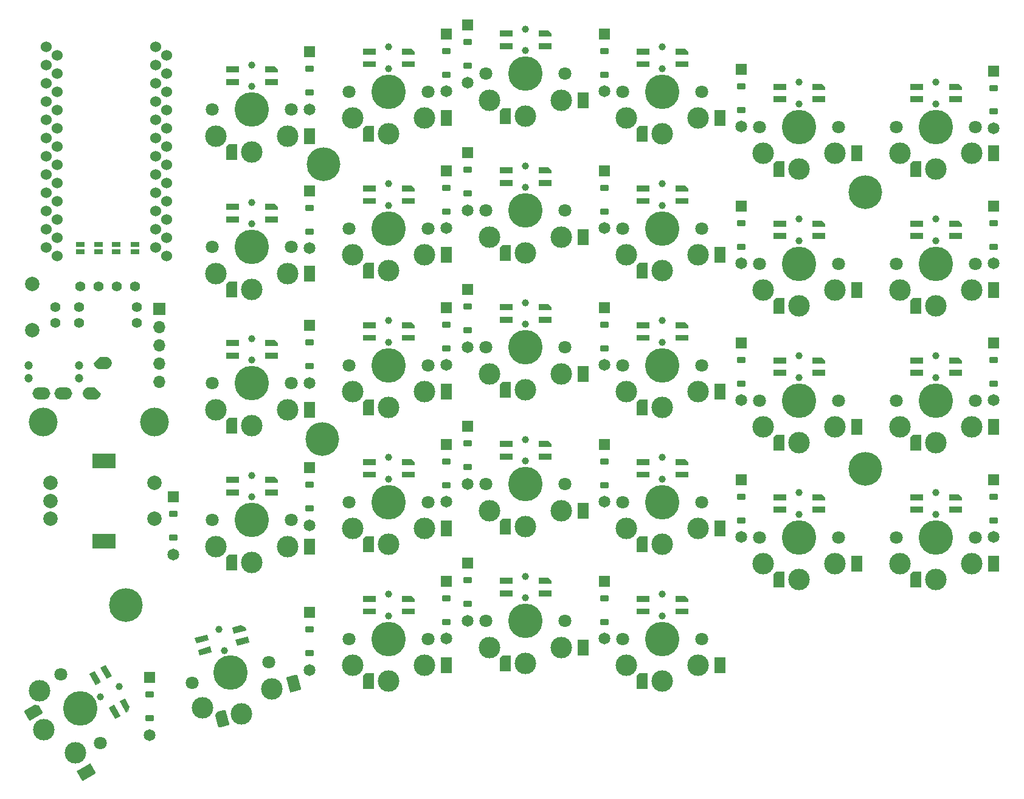
<source format=gts>
G04 #@! TF.GenerationSoftware,KiCad,Pcbnew,(7.0.0-0)*
G04 #@! TF.CreationDate,2023-03-20T18:34:57-07:00*
G04 #@! TF.ProjectId,SofleKeyboard,536f666c-654b-4657-9962-6f6172642e6b,rev?*
G04 #@! TF.SameCoordinates,Original*
G04 #@! TF.FileFunction,Soldermask,Top*
G04 #@! TF.FilePolarity,Negative*
%FSLAX46Y46*%
G04 Gerber Fmt 4.6, Leading zero omitted, Abs format (unit mm)*
G04 Created by KiCad (PCBNEW (7.0.0-0)) date 2023-03-20 18:34:57*
%MOMM*%
%LPD*%
G01*
G04 APERTURE LIST*
G04 Aperture macros list*
%AMRoundRect*
0 Rectangle with rounded corners*
0 $1 Rounding radius*
0 $2 $3 $4 $5 $6 $7 $8 $9 X,Y pos of 4 corners*
0 Add a 4 corners polygon primitive as box body*
4,1,4,$2,$3,$4,$5,$6,$7,$8,$9,$2,$3,0*
0 Add four circle primitives for the rounded corners*
1,1,$1+$1,$2,$3*
1,1,$1+$1,$4,$5*
1,1,$1+$1,$6,$7*
1,1,$1+$1,$8,$9*
0 Add four rect primitives between the rounded corners*
20,1,$1+$1,$2,$3,$4,$5,0*
20,1,$1+$1,$4,$5,$6,$7,0*
20,1,$1+$1,$6,$7,$8,$9,0*
20,1,$1+$1,$8,$9,$2,$3,0*%
%AMFreePoly0*
4,1,28,-0.850000,0.400000,-0.842219,0.514750,-0.797860,0.693119,-0.716195,0.857783,-0.601041,1.001041,-0.457783,1.116195,-0.293119,1.197860,-0.114750,1.242219,0.000000,1.250000,0.114750,1.242219,0.293119,1.197860,0.457783,1.116195,0.601041,1.001041,0.716195,0.857783,0.797860,0.693119,0.842219,0.514750,0.850000,0.400000,0.850000,-0.400000,0.000000,-1.250000,-0.114750,-1.242219,
-0.293119,-1.197860,-0.457783,-1.116195,-0.601041,-1.001041,-0.716195,-0.857783,-0.797860,-0.693119,-0.842219,-0.514750,-0.850000,-0.400000,-0.850000,0.400000,-0.850000,0.400000,$1*%
%AMFreePoly1*
4,1,28,-0.850000,0.400000,-0.842219,0.514750,-0.797860,0.693119,-0.716195,0.857783,-0.601041,1.001041,-0.457783,1.116195,-0.293119,1.197860,-0.114750,1.242219,0.000000,1.250000,0.850000,0.400000,0.850000,-0.400000,0.842219,-0.514750,0.797860,-0.693119,0.716195,-0.857783,0.601041,-1.001041,0.457783,-1.116195,0.293119,-1.197860,0.114750,-1.242219,0.000000,-1.250000,-0.114750,-1.242219,
-0.293119,-1.197860,-0.457783,-1.116195,-0.601041,-1.001041,-0.716195,-0.857783,-0.797860,-0.693119,-0.842219,-0.514750,-0.850000,-0.400000,-0.850000,0.400000,-0.850000,0.400000,$1*%
%AMFreePoly2*
4,1,18,-0.800000,0.908000,-0.785385,0.981475,-0.743765,1.043765,-0.681475,1.085385,-0.608000,1.100000,0.608000,1.100000,0.681475,1.085385,0.743765,1.043765,0.785385,0.981475,0.800000,0.908000,0.800000,-0.700000,0.400000,-1.100000,-0.608000,-1.100000,-0.681475,-1.085385,-0.743765,-1.043765,-0.785385,-0.981475,-0.800000,-0.908000,-0.800000,0.908000,-0.800000,0.908000,$1*%
%AMFreePoly3*
4,1,13,-0.800000,0.908000,-0.785385,0.981475,-0.743765,1.043765,-0.681475,1.085385,-0.608000,1.100000,0.800000,1.100000,0.800000,-1.100000,-0.608000,-1.100000,-0.681475,-1.085385,-0.743765,-1.043765,-0.785385,-0.981475,-0.800000,-0.908000,-0.800000,0.908000,-0.800000,0.908000,$1*%
G04 Aperture macros list end*
%ADD10C,0.100000*%
%ADD11C,1.397000*%
%ADD12C,1.200000*%
%ADD13FreePoly0,90.000000*%
%ADD14O,2.500000X1.700000*%
%ADD15FreePoly1,90.000000*%
%ADD16C,4.700000*%
%ADD17C,1.524000*%
%ADD18R,1.143000X0.635000*%
%ADD19C,2.000000*%
%ADD20R,1.650000X1.650000*%
%ADD21RoundRect,0.225000X-0.375000X0.225000X-0.375000X-0.225000X0.375000X-0.225000X0.375000X0.225000X0*%
%ADD22C,1.650000*%
%ADD23C,1.800000*%
%ADD24C,3.000000*%
%ADD25C,4.800000*%
%ADD26C,1.000000*%
%ADD27FreePoly2,180.000000*%
%ADD28FreePoly3,180.000000*%
%ADD29FreePoly2,120.000000*%
%ADD30FreePoly3,120.000000*%
%ADD31C,4.000000*%
%ADD32R,3.200000X2.000000*%
%ADD33FreePoly2,195.000000*%
%ADD34FreePoly3,195.000000*%
%ADD35R,1.700000X1.700000*%
%ADD36O,1.700000X1.700000*%
G04 APERTURE END LIST*
G36*
X124100000Y-46510000D02*
G01*
X122400000Y-46510000D01*
X122400000Y-45760000D01*
X124100000Y-45760000D01*
X124100000Y-46510000D01*
G37*
D10*
X124100000Y-46510000D02*
X122400000Y-46510000D01*
X122400000Y-45760000D01*
X124100000Y-45760000D01*
X124100000Y-46510000D01*
G36*
X118700000Y-46510000D02*
G01*
X117000000Y-46510000D01*
X117000000Y-45760000D01*
X118700000Y-45760000D01*
X118700000Y-46510000D01*
G37*
X118700000Y-46510000D02*
X117000000Y-46510000D01*
X117000000Y-45760000D01*
X118700000Y-45760000D01*
X118700000Y-46510000D01*
G36*
X118700000Y-44760000D02*
G01*
X117000000Y-44760000D01*
X117000000Y-44010000D01*
X118700000Y-44010000D01*
X118700000Y-44760000D01*
G37*
X118700000Y-44760000D02*
X117000000Y-44760000D01*
X117000000Y-44010000D01*
X118700000Y-44010000D01*
X118700000Y-44760000D01*
G36*
X124100000Y-44430000D02*
G01*
X124100000Y-44760000D01*
X122400000Y-44760000D01*
X122400000Y-44010000D01*
X123680000Y-44010000D01*
X124100000Y-44430000D01*
G37*
X124100000Y-44430000D02*
X124100000Y-44760000D01*
X122400000Y-44760000D01*
X122400000Y-44010000D01*
X123680000Y-44010000D01*
X124100000Y-44430000D01*
G36*
X162200000Y-41510000D02*
G01*
X160500000Y-41510000D01*
X160500000Y-40760000D01*
X162200000Y-40760000D01*
X162200000Y-41510000D01*
G37*
X162200000Y-41510000D02*
X160500000Y-41510000D01*
X160500000Y-40760000D01*
X162200000Y-40760000D01*
X162200000Y-41510000D01*
G36*
X156800000Y-41510000D02*
G01*
X155100000Y-41510000D01*
X155100000Y-40760000D01*
X156800000Y-40760000D01*
X156800000Y-41510000D01*
G37*
X156800000Y-41510000D02*
X155100000Y-41510000D01*
X155100000Y-40760000D01*
X156800000Y-40760000D01*
X156800000Y-41510000D01*
G36*
X156800000Y-39760000D02*
G01*
X155100000Y-39760000D01*
X155100000Y-39010000D01*
X156800000Y-39010000D01*
X156800000Y-39760000D01*
G37*
X156800000Y-39760000D02*
X155100000Y-39760000D01*
X155100000Y-39010000D01*
X156800000Y-39010000D01*
X156800000Y-39760000D01*
G36*
X162200000Y-39430000D02*
G01*
X162200000Y-39760000D01*
X160500000Y-39760000D01*
X160500000Y-39010000D01*
X161780000Y-39010000D01*
X162200000Y-39430000D01*
G37*
X162200000Y-39430000D02*
X162200000Y-39760000D01*
X160500000Y-39760000D01*
X160500000Y-39010000D01*
X161780000Y-39010000D01*
X162200000Y-39430000D01*
G36*
X124100000Y-84610000D02*
G01*
X122400000Y-84610000D01*
X122400000Y-83860000D01*
X124100000Y-83860000D01*
X124100000Y-84610000D01*
G37*
X124100000Y-84610000D02*
X122400000Y-84610000D01*
X122400000Y-83860000D01*
X124100000Y-83860000D01*
X124100000Y-84610000D01*
G36*
X118700000Y-84610000D02*
G01*
X117000000Y-84610000D01*
X117000000Y-83860000D01*
X118700000Y-83860000D01*
X118700000Y-84610000D01*
G37*
X118700000Y-84610000D02*
X117000000Y-84610000D01*
X117000000Y-83860000D01*
X118700000Y-83860000D01*
X118700000Y-84610000D01*
G36*
X118700000Y-82860000D02*
G01*
X117000000Y-82860000D01*
X117000000Y-82110000D01*
X118700000Y-82110000D01*
X118700000Y-82860000D01*
G37*
X118700000Y-82860000D02*
X117000000Y-82860000D01*
X117000000Y-82110000D01*
X118700000Y-82110000D01*
X118700000Y-82860000D01*
G36*
X124100000Y-82530000D02*
G01*
X124100000Y-82860000D01*
X122400000Y-82860000D01*
X122400000Y-82110000D01*
X123680000Y-82110000D01*
X124100000Y-82530000D01*
G37*
X124100000Y-82530000D02*
X124100000Y-82860000D01*
X122400000Y-82860000D01*
X122400000Y-82110000D01*
X123680000Y-82110000D01*
X124100000Y-82530000D01*
G36*
X143150000Y-82110000D02*
G01*
X141450000Y-82110000D01*
X141450000Y-81360000D01*
X143150000Y-81360000D01*
X143150000Y-82110000D01*
G37*
X143150000Y-82110000D02*
X141450000Y-82110000D01*
X141450000Y-81360000D01*
X143150000Y-81360000D01*
X143150000Y-82110000D01*
G36*
X137750000Y-82110000D02*
G01*
X136050000Y-82110000D01*
X136050000Y-81360000D01*
X137750000Y-81360000D01*
X137750000Y-82110000D01*
G37*
X137750000Y-82110000D02*
X136050000Y-82110000D01*
X136050000Y-81360000D01*
X137750000Y-81360000D01*
X137750000Y-82110000D01*
G36*
X137750000Y-80360000D02*
G01*
X136050000Y-80360000D01*
X136050000Y-79610000D01*
X137750000Y-79610000D01*
X137750000Y-80360000D01*
G37*
X137750000Y-80360000D02*
X136050000Y-80360000D01*
X136050000Y-79610000D01*
X137750000Y-79610000D01*
X137750000Y-80360000D01*
G36*
X143150000Y-80030000D02*
G01*
X143150000Y-80360000D01*
X141450000Y-80360000D01*
X141450000Y-79610000D01*
X142730000Y-79610000D01*
X143150000Y-80030000D01*
G37*
X143150000Y-80030000D02*
X143150000Y-80360000D01*
X141450000Y-80360000D01*
X141450000Y-79610000D01*
X142730000Y-79610000D01*
X143150000Y-80030000D01*
G36*
X162200000Y-98660000D02*
G01*
X160500000Y-98660000D01*
X160500000Y-97910000D01*
X162200000Y-97910000D01*
X162200000Y-98660000D01*
G37*
X162200000Y-98660000D02*
X160500000Y-98660000D01*
X160500000Y-97910000D01*
X162200000Y-97910000D01*
X162200000Y-98660000D01*
G36*
X156800000Y-98660000D02*
G01*
X155100000Y-98660000D01*
X155100000Y-97910000D01*
X156800000Y-97910000D01*
X156800000Y-98660000D01*
G37*
X156800000Y-98660000D02*
X155100000Y-98660000D01*
X155100000Y-97910000D01*
X156800000Y-97910000D01*
X156800000Y-98660000D01*
G36*
X156800000Y-96910000D02*
G01*
X155100000Y-96910000D01*
X155100000Y-96160000D01*
X156800000Y-96160000D01*
X156800000Y-96910000D01*
G37*
X156800000Y-96910000D02*
X155100000Y-96910000D01*
X155100000Y-96160000D01*
X156800000Y-96160000D01*
X156800000Y-96910000D01*
G36*
X162200000Y-96580000D02*
G01*
X162200000Y-96910000D01*
X160500000Y-96910000D01*
X160500000Y-96160000D01*
X161780000Y-96160000D01*
X162200000Y-96580000D01*
G37*
X162200000Y-96580000D02*
X162200000Y-96910000D01*
X160500000Y-96910000D01*
X160500000Y-96160000D01*
X161780000Y-96160000D01*
X162200000Y-96580000D01*
G36*
X200300000Y-106060000D02*
G01*
X198600000Y-106060000D01*
X198600000Y-105310000D01*
X200300000Y-105310000D01*
X200300000Y-106060000D01*
G37*
X200300000Y-106060000D02*
X198600000Y-106060000D01*
X198600000Y-105310000D01*
X200300000Y-105310000D01*
X200300000Y-106060000D01*
G36*
X194900000Y-106060000D02*
G01*
X193200000Y-106060000D01*
X193200000Y-105310000D01*
X194900000Y-105310000D01*
X194900000Y-106060000D01*
G37*
X194900000Y-106060000D02*
X193200000Y-106060000D01*
X193200000Y-105310000D01*
X194900000Y-105310000D01*
X194900000Y-106060000D01*
G36*
X194900000Y-104310000D02*
G01*
X193200000Y-104310000D01*
X193200000Y-103560000D01*
X194900000Y-103560000D01*
X194900000Y-104310000D01*
G37*
X194900000Y-104310000D02*
X193200000Y-104310000D01*
X193200000Y-103560000D01*
X194900000Y-103560000D01*
X194900000Y-104310000D01*
G36*
X200300000Y-103980000D02*
G01*
X200300000Y-104310000D01*
X198600000Y-104310000D01*
X198600000Y-103560000D01*
X199880000Y-103560000D01*
X200300000Y-103980000D01*
G37*
X200300000Y-103980000D02*
X200300000Y-104310000D01*
X198600000Y-104310000D01*
X198600000Y-103560000D01*
X199880000Y-103560000D01*
X200300000Y-103980000D01*
G36*
X102156948Y-134354390D02*
G01*
X101507429Y-134729390D01*
X100657429Y-133257147D01*
X101306948Y-132882147D01*
X102156948Y-134354390D01*
G37*
X102156948Y-134354390D02*
X101507429Y-134729390D01*
X100657429Y-133257147D01*
X101306948Y-132882147D01*
X102156948Y-134354390D01*
G36*
X99456948Y-129677853D02*
G01*
X98807429Y-130052853D01*
X97957429Y-128580610D01*
X98606948Y-128205610D01*
X99456948Y-129677853D01*
G37*
X99456948Y-129677853D02*
X98807429Y-130052853D01*
X97957429Y-128580610D01*
X98606948Y-128205610D01*
X99456948Y-129677853D01*
G36*
X100972492Y-128802853D02*
G01*
X100322973Y-129177853D01*
X99472973Y-127705610D01*
X100122492Y-127330610D01*
X100972492Y-128802853D01*
G37*
X100972492Y-128802853D02*
X100322973Y-129177853D01*
X99472973Y-127705610D01*
X100122492Y-127330610D01*
X100972492Y-128802853D01*
G36*
X103462492Y-133115660D02*
G01*
X103308761Y-133689390D01*
X103022973Y-133854390D01*
X102172973Y-132382147D01*
X102822492Y-132007147D01*
X103462492Y-133115660D01*
G37*
X103462492Y-133115660D02*
X103308761Y-133689390D01*
X103022973Y-133854390D01*
X102172973Y-132382147D01*
X102822492Y-132007147D01*
X103462492Y-133115660D01*
G36*
X120125758Y-124110111D02*
G01*
X118483684Y-124550104D01*
X118289570Y-123825659D01*
X119931644Y-123385667D01*
X120125758Y-124110111D01*
G37*
X120125758Y-124110111D02*
X118483684Y-124550104D01*
X118289570Y-123825659D01*
X119931644Y-123385667D01*
X120125758Y-124110111D01*
G36*
X114909759Y-125507734D02*
G01*
X113267685Y-125947726D01*
X113073571Y-125223282D01*
X114715644Y-124783290D01*
X114909759Y-125507734D01*
G37*
X114909759Y-125507734D02*
X113267685Y-125947726D01*
X113073571Y-125223282D01*
X114715644Y-124783290D01*
X114909759Y-125507734D01*
G36*
X114456825Y-123817364D02*
G01*
X112814752Y-124257356D01*
X112620637Y-123532912D01*
X114262711Y-123092920D01*
X114456825Y-123817364D01*
G37*
X114456825Y-123817364D02*
X112814752Y-124257356D01*
X112620637Y-123532912D01*
X114262711Y-123092920D01*
X114456825Y-123817364D01*
G36*
X119587415Y-122100986D02*
G01*
X119672825Y-122419741D01*
X118030751Y-122859733D01*
X117836637Y-122135289D01*
X119073022Y-121804001D01*
X119587415Y-122100986D01*
G37*
X119587415Y-122100986D02*
X119672825Y-122419741D01*
X118030751Y-122859733D01*
X117836637Y-122135289D01*
X119073022Y-121804001D01*
X119587415Y-122100986D01*
G36*
X219350000Y-67960000D02*
G01*
X217650000Y-67960000D01*
X217650000Y-67210000D01*
X219350000Y-67210000D01*
X219350000Y-67960000D01*
G37*
X219350000Y-67960000D02*
X217650000Y-67960000D01*
X217650000Y-67210000D01*
X219350000Y-67210000D01*
X219350000Y-67960000D01*
G36*
X213950000Y-67960000D02*
G01*
X212250000Y-67960000D01*
X212250000Y-67210000D01*
X213950000Y-67210000D01*
X213950000Y-67960000D01*
G37*
X213950000Y-67960000D02*
X212250000Y-67960000D01*
X212250000Y-67210000D01*
X213950000Y-67210000D01*
X213950000Y-67960000D01*
G36*
X213950000Y-66210000D02*
G01*
X212250000Y-66210000D01*
X212250000Y-65460000D01*
X213950000Y-65460000D01*
X213950000Y-66210000D01*
G37*
X213950000Y-66210000D02*
X212250000Y-66210000D01*
X212250000Y-65460000D01*
X213950000Y-65460000D01*
X213950000Y-66210000D01*
G36*
X219350000Y-65880000D02*
G01*
X219350000Y-66210000D01*
X217650000Y-66210000D01*
X217650000Y-65460000D01*
X218930000Y-65460000D01*
X219350000Y-65880000D01*
G37*
X219350000Y-65880000D02*
X219350000Y-66210000D01*
X217650000Y-66210000D01*
X217650000Y-65460000D01*
X218930000Y-65460000D01*
X219350000Y-65880000D01*
G36*
X219350000Y-87010000D02*
G01*
X217650000Y-87010000D01*
X217650000Y-86260000D01*
X219350000Y-86260000D01*
X219350000Y-87010000D01*
G37*
X219350000Y-87010000D02*
X217650000Y-87010000D01*
X217650000Y-86260000D01*
X219350000Y-86260000D01*
X219350000Y-87010000D01*
G36*
X213950000Y-87010000D02*
G01*
X212250000Y-87010000D01*
X212250000Y-86260000D01*
X213950000Y-86260000D01*
X213950000Y-87010000D01*
G37*
X213950000Y-87010000D02*
X212250000Y-87010000D01*
X212250000Y-86260000D01*
X213950000Y-86260000D01*
X213950000Y-87010000D01*
G36*
X213950000Y-85260000D02*
G01*
X212250000Y-85260000D01*
X212250000Y-84510000D01*
X213950000Y-84510000D01*
X213950000Y-85260000D01*
G37*
X213950000Y-85260000D02*
X212250000Y-85260000D01*
X212250000Y-84510000D01*
X213950000Y-84510000D01*
X213950000Y-85260000D01*
G36*
X219350000Y-84930000D02*
G01*
X219350000Y-85260000D01*
X217650000Y-85260000D01*
X217650000Y-84510000D01*
X218930000Y-84510000D01*
X219350000Y-84930000D01*
G37*
X219350000Y-84930000D02*
X219350000Y-85260000D01*
X217650000Y-85260000D01*
X217650000Y-84510000D01*
X218930000Y-84510000D01*
X219350000Y-84930000D01*
G36*
X219350000Y-106060000D02*
G01*
X217650000Y-106060000D01*
X217650000Y-105310000D01*
X219350000Y-105310000D01*
X219350000Y-106060000D01*
G37*
X219350000Y-106060000D02*
X217650000Y-106060000D01*
X217650000Y-105310000D01*
X219350000Y-105310000D01*
X219350000Y-106060000D01*
G36*
X213950000Y-106060000D02*
G01*
X212250000Y-106060000D01*
X212250000Y-105310000D01*
X213950000Y-105310000D01*
X213950000Y-106060000D01*
G37*
X213950000Y-106060000D02*
X212250000Y-106060000D01*
X212250000Y-105310000D01*
X213950000Y-105310000D01*
X213950000Y-106060000D01*
G36*
X213950000Y-104310000D02*
G01*
X212250000Y-104310000D01*
X212250000Y-103560000D01*
X213950000Y-103560000D01*
X213950000Y-104310000D01*
G37*
X213950000Y-104310000D02*
X212250000Y-104310000D01*
X212250000Y-103560000D01*
X213950000Y-103560000D01*
X213950000Y-104310000D01*
G36*
X219350000Y-103980000D02*
G01*
X219350000Y-104310000D01*
X217650000Y-104310000D01*
X217650000Y-103560000D01*
X218930000Y-103560000D01*
X219350000Y-103980000D01*
G37*
X219350000Y-103980000D02*
X219350000Y-104310000D01*
X217650000Y-104310000D01*
X217650000Y-103560000D01*
X218930000Y-103560000D01*
X219350000Y-103980000D01*
G36*
X181250000Y-44010000D02*
G01*
X179550000Y-44010000D01*
X179550000Y-43260000D01*
X181250000Y-43260000D01*
X181250000Y-44010000D01*
G37*
X181250000Y-44010000D02*
X179550000Y-44010000D01*
X179550000Y-43260000D01*
X181250000Y-43260000D01*
X181250000Y-44010000D01*
G36*
X175850000Y-44010000D02*
G01*
X174150000Y-44010000D01*
X174150000Y-43260000D01*
X175850000Y-43260000D01*
X175850000Y-44010000D01*
G37*
X175850000Y-44010000D02*
X174150000Y-44010000D01*
X174150000Y-43260000D01*
X175850000Y-43260000D01*
X175850000Y-44010000D01*
G36*
X175850000Y-42260000D02*
G01*
X174150000Y-42260000D01*
X174150000Y-41510000D01*
X175850000Y-41510000D01*
X175850000Y-42260000D01*
G37*
X175850000Y-42260000D02*
X174150000Y-42260000D01*
X174150000Y-41510000D01*
X175850000Y-41510000D01*
X175850000Y-42260000D01*
G36*
X181250000Y-41930000D02*
G01*
X181250000Y-42260000D01*
X179550000Y-42260000D01*
X179550000Y-41510000D01*
X180830000Y-41510000D01*
X181250000Y-41930000D01*
G37*
X181250000Y-41930000D02*
X181250000Y-42260000D01*
X179550000Y-42260000D01*
X179550000Y-41510000D01*
X180830000Y-41510000D01*
X181250000Y-41930000D01*
G36*
X200300000Y-48910000D02*
G01*
X198600000Y-48910000D01*
X198600000Y-48160000D01*
X200300000Y-48160000D01*
X200300000Y-48910000D01*
G37*
X200300000Y-48910000D02*
X198600000Y-48910000D01*
X198600000Y-48160000D01*
X200300000Y-48160000D01*
X200300000Y-48910000D01*
G36*
X194900000Y-48910000D02*
G01*
X193200000Y-48910000D01*
X193200000Y-48160000D01*
X194900000Y-48160000D01*
X194900000Y-48910000D01*
G37*
X194900000Y-48910000D02*
X193200000Y-48910000D01*
X193200000Y-48160000D01*
X194900000Y-48160000D01*
X194900000Y-48910000D01*
G36*
X194900000Y-47160000D02*
G01*
X193200000Y-47160000D01*
X193200000Y-46410000D01*
X194900000Y-46410000D01*
X194900000Y-47160000D01*
G37*
X194900000Y-47160000D02*
X193200000Y-47160000D01*
X193200000Y-46410000D01*
X194900000Y-46410000D01*
X194900000Y-47160000D01*
G36*
X200300000Y-46830000D02*
G01*
X200300000Y-47160000D01*
X198600000Y-47160000D01*
X198600000Y-46410000D01*
X199880000Y-46410000D01*
X200300000Y-46830000D01*
G37*
X200300000Y-46830000D02*
X200300000Y-47160000D01*
X198600000Y-47160000D01*
X198600000Y-46410000D01*
X199880000Y-46410000D01*
X200300000Y-46830000D01*
G36*
X143150000Y-63060000D02*
G01*
X141450000Y-63060000D01*
X141450000Y-62310000D01*
X143150000Y-62310000D01*
X143150000Y-63060000D01*
G37*
X143150000Y-63060000D02*
X141450000Y-63060000D01*
X141450000Y-62310000D01*
X143150000Y-62310000D01*
X143150000Y-63060000D01*
G36*
X137750000Y-63060000D02*
G01*
X136050000Y-63060000D01*
X136050000Y-62310000D01*
X137750000Y-62310000D01*
X137750000Y-63060000D01*
G37*
X137750000Y-63060000D02*
X136050000Y-63060000D01*
X136050000Y-62310000D01*
X137750000Y-62310000D01*
X137750000Y-63060000D01*
G36*
X137750000Y-61310000D02*
G01*
X136050000Y-61310000D01*
X136050000Y-60560000D01*
X137750000Y-60560000D01*
X137750000Y-61310000D01*
G37*
X137750000Y-61310000D02*
X136050000Y-61310000D01*
X136050000Y-60560000D01*
X137750000Y-60560000D01*
X137750000Y-61310000D01*
G36*
X143150000Y-60980000D02*
G01*
X143150000Y-61310000D01*
X141450000Y-61310000D01*
X141450000Y-60560000D01*
X142730000Y-60560000D01*
X143150000Y-60980000D01*
G37*
X143150000Y-60980000D02*
X143150000Y-61310000D01*
X141450000Y-61310000D01*
X141450000Y-60560000D01*
X142730000Y-60560000D01*
X143150000Y-60980000D01*
G36*
X181250000Y-63060000D02*
G01*
X179550000Y-63060000D01*
X179550000Y-62310000D01*
X181250000Y-62310000D01*
X181250000Y-63060000D01*
G37*
X181250000Y-63060000D02*
X179550000Y-63060000D01*
X179550000Y-62310000D01*
X181250000Y-62310000D01*
X181250000Y-63060000D01*
G36*
X175850000Y-63060000D02*
G01*
X174150000Y-63060000D01*
X174150000Y-62310000D01*
X175850000Y-62310000D01*
X175850000Y-63060000D01*
G37*
X175850000Y-63060000D02*
X174150000Y-63060000D01*
X174150000Y-62310000D01*
X175850000Y-62310000D01*
X175850000Y-63060000D01*
G36*
X175850000Y-61310000D02*
G01*
X174150000Y-61310000D01*
X174150000Y-60560000D01*
X175850000Y-60560000D01*
X175850000Y-61310000D01*
G37*
X175850000Y-61310000D02*
X174150000Y-61310000D01*
X174150000Y-60560000D01*
X175850000Y-60560000D01*
X175850000Y-61310000D01*
G36*
X181250000Y-60980000D02*
G01*
X181250000Y-61310000D01*
X179550000Y-61310000D01*
X179550000Y-60560000D01*
X180830000Y-60560000D01*
X181250000Y-60980000D01*
G37*
X181250000Y-60980000D02*
X181250000Y-61310000D01*
X179550000Y-61310000D01*
X179550000Y-60560000D01*
X180830000Y-60560000D01*
X181250000Y-60980000D01*
G36*
X162200000Y-60560000D02*
G01*
X160500000Y-60560000D01*
X160500000Y-59810000D01*
X162200000Y-59810000D01*
X162200000Y-60560000D01*
G37*
X162200000Y-60560000D02*
X160500000Y-60560000D01*
X160500000Y-59810000D01*
X162200000Y-59810000D01*
X162200000Y-60560000D01*
G36*
X156800000Y-60560000D02*
G01*
X155100000Y-60560000D01*
X155100000Y-59810000D01*
X156800000Y-59810000D01*
X156800000Y-60560000D01*
G37*
X156800000Y-60560000D02*
X155100000Y-60560000D01*
X155100000Y-59810000D01*
X156800000Y-59810000D01*
X156800000Y-60560000D01*
G36*
X156800000Y-58810000D02*
G01*
X155100000Y-58810000D01*
X155100000Y-58060000D01*
X156800000Y-58060000D01*
X156800000Y-58810000D01*
G37*
X156800000Y-58810000D02*
X155100000Y-58810000D01*
X155100000Y-58060000D01*
X156800000Y-58060000D01*
X156800000Y-58810000D01*
G36*
X162200000Y-58480000D02*
G01*
X162200000Y-58810000D01*
X160500000Y-58810000D01*
X160500000Y-58060000D01*
X161780000Y-58060000D01*
X162200000Y-58480000D01*
G37*
X162200000Y-58480000D02*
X162200000Y-58810000D01*
X160500000Y-58810000D01*
X160500000Y-58060000D01*
X161780000Y-58060000D01*
X162200000Y-58480000D01*
G36*
X181250000Y-82110000D02*
G01*
X179550000Y-82110000D01*
X179550000Y-81360000D01*
X181250000Y-81360000D01*
X181250000Y-82110000D01*
G37*
X181250000Y-82110000D02*
X179550000Y-82110000D01*
X179550000Y-81360000D01*
X181250000Y-81360000D01*
X181250000Y-82110000D01*
G36*
X175850000Y-82110000D02*
G01*
X174150000Y-82110000D01*
X174150000Y-81360000D01*
X175850000Y-81360000D01*
X175850000Y-82110000D01*
G37*
X175850000Y-82110000D02*
X174150000Y-82110000D01*
X174150000Y-81360000D01*
X175850000Y-81360000D01*
X175850000Y-82110000D01*
G36*
X175850000Y-80360000D02*
G01*
X174150000Y-80360000D01*
X174150000Y-79610000D01*
X175850000Y-79610000D01*
X175850000Y-80360000D01*
G37*
X175850000Y-80360000D02*
X174150000Y-80360000D01*
X174150000Y-79610000D01*
X175850000Y-79610000D01*
X175850000Y-80360000D01*
G36*
X181250000Y-80030000D02*
G01*
X181250000Y-80360000D01*
X179550000Y-80360000D01*
X179550000Y-79610000D01*
X180830000Y-79610000D01*
X181250000Y-80030000D01*
G37*
X181250000Y-80030000D02*
X181250000Y-80360000D01*
X179550000Y-80360000D01*
X179550000Y-79610000D01*
X180830000Y-79610000D01*
X181250000Y-80030000D01*
G36*
X219350000Y-48910000D02*
G01*
X217650000Y-48910000D01*
X217650000Y-48160000D01*
X219350000Y-48160000D01*
X219350000Y-48910000D01*
G37*
X219350000Y-48910000D02*
X217650000Y-48910000D01*
X217650000Y-48160000D01*
X219350000Y-48160000D01*
X219350000Y-48910000D01*
G36*
X213950000Y-48910000D02*
G01*
X212250000Y-48910000D01*
X212250000Y-48160000D01*
X213950000Y-48160000D01*
X213950000Y-48910000D01*
G37*
X213950000Y-48910000D02*
X212250000Y-48910000D01*
X212250000Y-48160000D01*
X213950000Y-48160000D01*
X213950000Y-48910000D01*
G36*
X213950000Y-47160000D02*
G01*
X212250000Y-47160000D01*
X212250000Y-46410000D01*
X213950000Y-46410000D01*
X213950000Y-47160000D01*
G37*
X213950000Y-47160000D02*
X212250000Y-47160000D01*
X212250000Y-46410000D01*
X213950000Y-46410000D01*
X213950000Y-47160000D01*
G36*
X219350000Y-46830000D02*
G01*
X219350000Y-47160000D01*
X217650000Y-47160000D01*
X217650000Y-46410000D01*
X218930000Y-46410000D01*
X219350000Y-46830000D01*
G37*
X219350000Y-46830000D02*
X219350000Y-47160000D01*
X217650000Y-47160000D01*
X217650000Y-46410000D01*
X218930000Y-46410000D01*
X219350000Y-46830000D01*
G36*
X124100000Y-65610000D02*
G01*
X122400000Y-65610000D01*
X122400000Y-64860000D01*
X124100000Y-64860000D01*
X124100000Y-65610000D01*
G37*
X124100000Y-65610000D02*
X122400000Y-65610000D01*
X122400000Y-64860000D01*
X124100000Y-64860000D01*
X124100000Y-65610000D01*
G36*
X118700000Y-65610000D02*
G01*
X117000000Y-65610000D01*
X117000000Y-64860000D01*
X118700000Y-64860000D01*
X118700000Y-65610000D01*
G37*
X118700000Y-65610000D02*
X117000000Y-65610000D01*
X117000000Y-64860000D01*
X118700000Y-64860000D01*
X118700000Y-65610000D01*
G36*
X118700000Y-63860000D02*
G01*
X117000000Y-63860000D01*
X117000000Y-63110000D01*
X118700000Y-63110000D01*
X118700000Y-63860000D01*
G37*
X118700000Y-63860000D02*
X117000000Y-63860000D01*
X117000000Y-63110000D01*
X118700000Y-63110000D01*
X118700000Y-63860000D01*
G36*
X124100000Y-63530000D02*
G01*
X124100000Y-63860000D01*
X122400000Y-63860000D01*
X122400000Y-63110000D01*
X123680000Y-63110000D01*
X124100000Y-63530000D01*
G37*
X124100000Y-63530000D02*
X124100000Y-63860000D01*
X122400000Y-63860000D01*
X122400000Y-63110000D01*
X123680000Y-63110000D01*
X124100000Y-63530000D01*
G36*
X181250000Y-120210000D02*
G01*
X179550000Y-120210000D01*
X179550000Y-119460000D01*
X181250000Y-119460000D01*
X181250000Y-120210000D01*
G37*
X181250000Y-120210000D02*
X179550000Y-120210000D01*
X179550000Y-119460000D01*
X181250000Y-119460000D01*
X181250000Y-120210000D01*
G36*
X175850000Y-120210000D02*
G01*
X174150000Y-120210000D01*
X174150000Y-119460000D01*
X175850000Y-119460000D01*
X175850000Y-120210000D01*
G37*
X175850000Y-120210000D02*
X174150000Y-120210000D01*
X174150000Y-119460000D01*
X175850000Y-119460000D01*
X175850000Y-120210000D01*
G36*
X175850000Y-118460000D02*
G01*
X174150000Y-118460000D01*
X174150000Y-117710000D01*
X175850000Y-117710000D01*
X175850000Y-118460000D01*
G37*
X175850000Y-118460000D02*
X174150000Y-118460000D01*
X174150000Y-117710000D01*
X175850000Y-117710000D01*
X175850000Y-118460000D01*
G36*
X181250000Y-118130000D02*
G01*
X181250000Y-118460000D01*
X179550000Y-118460000D01*
X179550000Y-117710000D01*
X180830000Y-117710000D01*
X181250000Y-118130000D01*
G37*
X181250000Y-118130000D02*
X181250000Y-118460000D01*
X179550000Y-118460000D01*
X179550000Y-117710000D01*
X180830000Y-117710000D01*
X181250000Y-118130000D01*
G36*
X200300000Y-67960000D02*
G01*
X198600000Y-67960000D01*
X198600000Y-67210000D01*
X200300000Y-67210000D01*
X200300000Y-67960000D01*
G37*
X200300000Y-67960000D02*
X198600000Y-67960000D01*
X198600000Y-67210000D01*
X200300000Y-67210000D01*
X200300000Y-67960000D01*
G36*
X194900000Y-67960000D02*
G01*
X193200000Y-67960000D01*
X193200000Y-67210000D01*
X194900000Y-67210000D01*
X194900000Y-67960000D01*
G37*
X194900000Y-67960000D02*
X193200000Y-67960000D01*
X193200000Y-67210000D01*
X194900000Y-67210000D01*
X194900000Y-67960000D01*
G36*
X194900000Y-66210000D02*
G01*
X193200000Y-66210000D01*
X193200000Y-65460000D01*
X194900000Y-65460000D01*
X194900000Y-66210000D01*
G37*
X194900000Y-66210000D02*
X193200000Y-66210000D01*
X193200000Y-65460000D01*
X194900000Y-65460000D01*
X194900000Y-66210000D01*
G36*
X200300000Y-65880000D02*
G01*
X200300000Y-66210000D01*
X198600000Y-66210000D01*
X198600000Y-65460000D01*
X199880000Y-65460000D01*
X200300000Y-65880000D01*
G37*
X200300000Y-65880000D02*
X200300000Y-66210000D01*
X198600000Y-66210000D01*
X198600000Y-65460000D01*
X199880000Y-65460000D01*
X200300000Y-65880000D01*
G36*
X181250000Y-101160000D02*
G01*
X179550000Y-101160000D01*
X179550000Y-100410000D01*
X181250000Y-100410000D01*
X181250000Y-101160000D01*
G37*
X181250000Y-101160000D02*
X179550000Y-101160000D01*
X179550000Y-100410000D01*
X181250000Y-100410000D01*
X181250000Y-101160000D01*
G36*
X175850000Y-101160000D02*
G01*
X174150000Y-101160000D01*
X174150000Y-100410000D01*
X175850000Y-100410000D01*
X175850000Y-101160000D01*
G37*
X175850000Y-101160000D02*
X174150000Y-101160000D01*
X174150000Y-100410000D01*
X175850000Y-100410000D01*
X175850000Y-101160000D01*
G36*
X175850000Y-99410000D02*
G01*
X174150000Y-99410000D01*
X174150000Y-98660000D01*
X175850000Y-98660000D01*
X175850000Y-99410000D01*
G37*
X175850000Y-99410000D02*
X174150000Y-99410000D01*
X174150000Y-98660000D01*
X175850000Y-98660000D01*
X175850000Y-99410000D01*
G36*
X181250000Y-99080000D02*
G01*
X181250000Y-99410000D01*
X179550000Y-99410000D01*
X179550000Y-98660000D01*
X180830000Y-98660000D01*
X181250000Y-99080000D01*
G37*
X181250000Y-99080000D02*
X181250000Y-99410000D01*
X179550000Y-99410000D01*
X179550000Y-98660000D01*
X180830000Y-98660000D01*
X181250000Y-99080000D01*
G36*
X200300000Y-87010000D02*
G01*
X198600000Y-87010000D01*
X198600000Y-86260000D01*
X200300000Y-86260000D01*
X200300000Y-87010000D01*
G37*
X200300000Y-87010000D02*
X198600000Y-87010000D01*
X198600000Y-86260000D01*
X200300000Y-86260000D01*
X200300000Y-87010000D01*
G36*
X194900000Y-87010000D02*
G01*
X193200000Y-87010000D01*
X193200000Y-86260000D01*
X194900000Y-86260000D01*
X194900000Y-87010000D01*
G37*
X194900000Y-87010000D02*
X193200000Y-87010000D01*
X193200000Y-86260000D01*
X194900000Y-86260000D01*
X194900000Y-87010000D01*
G36*
X194900000Y-85260000D02*
G01*
X193200000Y-85260000D01*
X193200000Y-84510000D01*
X194900000Y-84510000D01*
X194900000Y-85260000D01*
G37*
X194900000Y-85260000D02*
X193200000Y-85260000D01*
X193200000Y-84510000D01*
X194900000Y-84510000D01*
X194900000Y-85260000D01*
G36*
X200300000Y-84930000D02*
G01*
X200300000Y-85260000D01*
X198600000Y-85260000D01*
X198600000Y-84510000D01*
X199880000Y-84510000D01*
X200300000Y-84930000D01*
G37*
X200300000Y-84930000D02*
X200300000Y-85260000D01*
X198600000Y-85260000D01*
X198600000Y-84510000D01*
X199880000Y-84510000D01*
X200300000Y-84930000D01*
G36*
X162200000Y-117710000D02*
G01*
X160500000Y-117710000D01*
X160500000Y-116960000D01*
X162200000Y-116960000D01*
X162200000Y-117710000D01*
G37*
X162200000Y-117710000D02*
X160500000Y-117710000D01*
X160500000Y-116960000D01*
X162200000Y-116960000D01*
X162200000Y-117710000D01*
G36*
X156800000Y-117710000D02*
G01*
X155100000Y-117710000D01*
X155100000Y-116960000D01*
X156800000Y-116960000D01*
X156800000Y-117710000D01*
G37*
X156800000Y-117710000D02*
X155100000Y-117710000D01*
X155100000Y-116960000D01*
X156800000Y-116960000D01*
X156800000Y-117710000D01*
G36*
X156800000Y-115960000D02*
G01*
X155100000Y-115960000D01*
X155100000Y-115210000D01*
X156800000Y-115210000D01*
X156800000Y-115960000D01*
G37*
X156800000Y-115960000D02*
X155100000Y-115960000D01*
X155100000Y-115210000D01*
X156800000Y-115210000D01*
X156800000Y-115960000D01*
G36*
X162200000Y-115630000D02*
G01*
X162200000Y-115960000D01*
X160500000Y-115960000D01*
X160500000Y-115210000D01*
X161780000Y-115210000D01*
X162200000Y-115630000D01*
G37*
X162200000Y-115630000D02*
X162200000Y-115960000D01*
X160500000Y-115960000D01*
X160500000Y-115210000D01*
X161780000Y-115210000D01*
X162200000Y-115630000D01*
G36*
X162200000Y-79610000D02*
G01*
X160500000Y-79610000D01*
X160500000Y-78860000D01*
X162200000Y-78860000D01*
X162200000Y-79610000D01*
G37*
X162200000Y-79610000D02*
X160500000Y-79610000D01*
X160500000Y-78860000D01*
X162200000Y-78860000D01*
X162200000Y-79610000D01*
G36*
X156800000Y-79610000D02*
G01*
X155100000Y-79610000D01*
X155100000Y-78860000D01*
X156800000Y-78860000D01*
X156800000Y-79610000D01*
G37*
X156800000Y-79610000D02*
X155100000Y-79610000D01*
X155100000Y-78860000D01*
X156800000Y-78860000D01*
X156800000Y-79610000D01*
G36*
X156800000Y-77860000D02*
G01*
X155100000Y-77860000D01*
X155100000Y-77110000D01*
X156800000Y-77110000D01*
X156800000Y-77860000D01*
G37*
X156800000Y-77860000D02*
X155100000Y-77860000D01*
X155100000Y-77110000D01*
X156800000Y-77110000D01*
X156800000Y-77860000D01*
G36*
X162200000Y-77530000D02*
G01*
X162200000Y-77860000D01*
X160500000Y-77860000D01*
X160500000Y-77110000D01*
X161780000Y-77110000D01*
X162200000Y-77530000D01*
G37*
X162200000Y-77530000D02*
X162200000Y-77860000D01*
X160500000Y-77860000D01*
X160500000Y-77110000D01*
X161780000Y-77110000D01*
X162200000Y-77530000D01*
G36*
X143150000Y-44010000D02*
G01*
X141450000Y-44010000D01*
X141450000Y-43260000D01*
X143150000Y-43260000D01*
X143150000Y-44010000D01*
G37*
X143150000Y-44010000D02*
X141450000Y-44010000D01*
X141450000Y-43260000D01*
X143150000Y-43260000D01*
X143150000Y-44010000D01*
G36*
X137750000Y-44010000D02*
G01*
X136050000Y-44010000D01*
X136050000Y-43260000D01*
X137750000Y-43260000D01*
X137750000Y-44010000D01*
G37*
X137750000Y-44010000D02*
X136050000Y-44010000D01*
X136050000Y-43260000D01*
X137750000Y-43260000D01*
X137750000Y-44010000D01*
G36*
X137750000Y-42260000D02*
G01*
X136050000Y-42260000D01*
X136050000Y-41510000D01*
X137750000Y-41510000D01*
X137750000Y-42260000D01*
G37*
X137750000Y-42260000D02*
X136050000Y-42260000D01*
X136050000Y-41510000D01*
X137750000Y-41510000D01*
X137750000Y-42260000D01*
G36*
X143150000Y-41930000D02*
G01*
X143150000Y-42260000D01*
X141450000Y-42260000D01*
X141450000Y-41510000D01*
X142730000Y-41510000D01*
X143150000Y-41930000D01*
G37*
X143150000Y-41930000D02*
X143150000Y-42260000D01*
X141450000Y-42260000D01*
X141450000Y-41510000D01*
X142730000Y-41510000D01*
X143150000Y-41930000D01*
G36*
X143150000Y-101160000D02*
G01*
X141450000Y-101160000D01*
X141450000Y-100410000D01*
X143150000Y-100410000D01*
X143150000Y-101160000D01*
G37*
X143150000Y-101160000D02*
X141450000Y-101160000D01*
X141450000Y-100410000D01*
X143150000Y-100410000D01*
X143150000Y-101160000D01*
G36*
X137750000Y-101160000D02*
G01*
X136050000Y-101160000D01*
X136050000Y-100410000D01*
X137750000Y-100410000D01*
X137750000Y-101160000D01*
G37*
X137750000Y-101160000D02*
X136050000Y-101160000D01*
X136050000Y-100410000D01*
X137750000Y-100410000D01*
X137750000Y-101160000D01*
G36*
X137750000Y-99410000D02*
G01*
X136050000Y-99410000D01*
X136050000Y-98660000D01*
X137750000Y-98660000D01*
X137750000Y-99410000D01*
G37*
X137750000Y-99410000D02*
X136050000Y-99410000D01*
X136050000Y-98660000D01*
X137750000Y-98660000D01*
X137750000Y-99410000D01*
G36*
X143150000Y-99080000D02*
G01*
X143150000Y-99410000D01*
X141450000Y-99410000D01*
X141450000Y-98660000D01*
X142730000Y-98660000D01*
X143150000Y-99080000D01*
G37*
X143150000Y-99080000D02*
X143150000Y-99410000D01*
X141450000Y-99410000D01*
X141450000Y-98660000D01*
X142730000Y-98660000D01*
X143150000Y-99080000D01*
G36*
X143150000Y-120210000D02*
G01*
X141450000Y-120210000D01*
X141450000Y-119460000D01*
X143150000Y-119460000D01*
X143150000Y-120210000D01*
G37*
X143150000Y-120210000D02*
X141450000Y-120210000D01*
X141450000Y-119460000D01*
X143150000Y-119460000D01*
X143150000Y-120210000D01*
G36*
X137750000Y-120210000D02*
G01*
X136050000Y-120210000D01*
X136050000Y-119460000D01*
X137750000Y-119460000D01*
X137750000Y-120210000D01*
G37*
X137750000Y-120210000D02*
X136050000Y-120210000D01*
X136050000Y-119460000D01*
X137750000Y-119460000D01*
X137750000Y-120210000D01*
G36*
X137750000Y-118460000D02*
G01*
X136050000Y-118460000D01*
X136050000Y-117710000D01*
X137750000Y-117710000D01*
X137750000Y-118460000D01*
G37*
X137750000Y-118460000D02*
X136050000Y-118460000D01*
X136050000Y-117710000D01*
X137750000Y-117710000D01*
X137750000Y-118460000D01*
G36*
X143150000Y-118130000D02*
G01*
X143150000Y-118460000D01*
X141450000Y-118460000D01*
X141450000Y-117710000D01*
X142730000Y-117710000D01*
X143150000Y-118130000D01*
G37*
X143150000Y-118130000D02*
X143150000Y-118460000D01*
X141450000Y-118460000D01*
X141450000Y-117710000D01*
X142730000Y-117710000D01*
X143150000Y-118130000D01*
G36*
X124100000Y-103660000D02*
G01*
X122400000Y-103660000D01*
X122400000Y-102910000D01*
X124100000Y-102910000D01*
X124100000Y-103660000D01*
G37*
X124100000Y-103660000D02*
X122400000Y-103660000D01*
X122400000Y-102910000D01*
X124100000Y-102910000D01*
X124100000Y-103660000D01*
G36*
X118700000Y-103660000D02*
G01*
X117000000Y-103660000D01*
X117000000Y-102910000D01*
X118700000Y-102910000D01*
X118700000Y-103660000D01*
G37*
X118700000Y-103660000D02*
X117000000Y-103660000D01*
X117000000Y-102910000D01*
X118700000Y-102910000D01*
X118700000Y-103660000D01*
G36*
X118700000Y-101910000D02*
G01*
X117000000Y-101910000D01*
X117000000Y-101160000D01*
X118700000Y-101160000D01*
X118700000Y-101910000D01*
G37*
X118700000Y-101910000D02*
X117000000Y-101910000D01*
X117000000Y-101160000D01*
X118700000Y-101160000D01*
X118700000Y-101910000D01*
G36*
X124100000Y-101580000D02*
G01*
X124100000Y-101910000D01*
X122400000Y-101910000D01*
X122400000Y-101160000D01*
X123680000Y-101160000D01*
X124100000Y-101580000D01*
G37*
X124100000Y-101580000D02*
X124100000Y-101910000D01*
X122400000Y-101910000D01*
X122400000Y-101160000D01*
X123680000Y-101160000D01*
X124100000Y-101580000D01*
D11*
X96470000Y-77498035D03*
X104550000Y-77498035D03*
X96470000Y-79740000D03*
X104550000Y-79740000D03*
D12*
X89500000Y-87400000D03*
X96500000Y-87400000D03*
X89500000Y-85650000D03*
X96500000Y-85650000D03*
D13*
X98299999Y-89499999D03*
D14*
X94299999Y-89499999D03*
X91299999Y-89499999D03*
D15*
X99799999Y-85299999D03*
D16*
X103000000Y-119000000D03*
D17*
X91930000Y-41230000D03*
X108718815Y-42425745D03*
X91930000Y-43770000D03*
X108718815Y-44965745D03*
X91930000Y-46310000D03*
X108718815Y-47505745D03*
X91930000Y-48850000D03*
X108718815Y-50045745D03*
X91930000Y-51390000D03*
X108718815Y-52585745D03*
X91930000Y-53930000D03*
X108718815Y-55125745D03*
X91930000Y-56470000D03*
X108718815Y-57665745D03*
X91930000Y-59010000D03*
X108718815Y-60205745D03*
X91930000Y-61550000D03*
X108718815Y-62745745D03*
X91930000Y-64090000D03*
X108718815Y-65285745D03*
X91930000Y-66630000D03*
X108718815Y-67825745D03*
X91930000Y-69170000D03*
X108718815Y-70365745D03*
X93478815Y-70365745D03*
X107170000Y-69170000D03*
X93478815Y-67825745D03*
X107170000Y-66630000D03*
X93478815Y-65285745D03*
X107170000Y-64090000D03*
X93478815Y-62745745D03*
X107170000Y-61550000D03*
X93478815Y-60205745D03*
X107170000Y-59010000D03*
X93478815Y-57665745D03*
X107170000Y-56470000D03*
X93478815Y-55125745D03*
X107170000Y-53930000D03*
X93478815Y-52585745D03*
X107170000Y-51390000D03*
X93478815Y-50045745D03*
X107170000Y-48850000D03*
X93478815Y-47505745D03*
X107170000Y-46310000D03*
X93478815Y-44965745D03*
X107170000Y-43770000D03*
X93478815Y-42425745D03*
X107170000Y-41230000D03*
D18*
X104299999Y-69800379D03*
X104299999Y-68799619D03*
X101699999Y-69800379D03*
X101699999Y-68799619D03*
X99199999Y-69800379D03*
X99199999Y-68799619D03*
D19*
X90000000Y-74250000D03*
X90000000Y-80750000D03*
D20*
X128624999Y-41974999D03*
D21*
X128625000Y-44325000D03*
X128625000Y-47625000D03*
D22*
X128625000Y-49975000D03*
D20*
X147674999Y-39474999D03*
D21*
X147675000Y-41825000D03*
X147675000Y-45125000D03*
D22*
X147675000Y-47475000D03*
D20*
X150574999Y-38224999D03*
D21*
X150575000Y-40575000D03*
X150575000Y-43875000D03*
D22*
X150575000Y-46225000D03*
D20*
X169624999Y-39474999D03*
D21*
X169625000Y-41825000D03*
X169625000Y-45125000D03*
D22*
X169625000Y-47475000D03*
D20*
X188674999Y-44374999D03*
D21*
X188675000Y-46725000D03*
X188675000Y-50025000D03*
D22*
X188675000Y-52375000D03*
D20*
X223874999Y-44624999D03*
D21*
X223875000Y-46975000D03*
X223875000Y-50275000D03*
D22*
X223875000Y-52625000D03*
D20*
X128624999Y-80074999D03*
D21*
X128625000Y-82425000D03*
X128625000Y-85725000D03*
D22*
X128625000Y-88075000D03*
D20*
X128624999Y-99874999D03*
D21*
X128625000Y-102225000D03*
X128625000Y-105525000D03*
D22*
X128625000Y-107875000D03*
D20*
X109669999Y-103939999D03*
D21*
X109670000Y-106290000D03*
X109670000Y-109590000D03*
D22*
X109670000Y-111940000D03*
D20*
X106369999Y-129099999D03*
D21*
X106370000Y-131450000D03*
X106370000Y-134750000D03*
D22*
X106370000Y-137100000D03*
D23*
X126050000Y-50000000D03*
D24*
X125550000Y-53700000D03*
X120550000Y-55900000D03*
D25*
X120550000Y-50000000D03*
D26*
X120550000Y-46799730D03*
X120550000Y-43800000D03*
D24*
X115550000Y-53700000D03*
D23*
X115050000Y-50000000D03*
D27*
X117749999Y-55899999D03*
D28*
X128624999Y-53699999D03*
D23*
X164150000Y-45000000D03*
D24*
X163650000Y-48700000D03*
X158650000Y-50900000D03*
D25*
X158650000Y-45000000D03*
D26*
X158650000Y-41799730D03*
X158650000Y-38800000D03*
D24*
X153650000Y-48700000D03*
D23*
X153150000Y-45000000D03*
D27*
X155849999Y-50899999D03*
D28*
X166724999Y-48699999D03*
D23*
X126050000Y-88100000D03*
D24*
X125550000Y-91800000D03*
X120550000Y-94000000D03*
D25*
X120550000Y-88100000D03*
D26*
X120550000Y-84899730D03*
X120550000Y-81900000D03*
D24*
X115550000Y-91800000D03*
D23*
X115050000Y-88100000D03*
D27*
X117749999Y-93999999D03*
D28*
X128624999Y-91799999D03*
D23*
X145100000Y-85600000D03*
D24*
X144600000Y-89300000D03*
X139600000Y-91500000D03*
D25*
X139600000Y-85600000D03*
D26*
X139600000Y-82399730D03*
X139600000Y-79400000D03*
D24*
X134600000Y-89300000D03*
D23*
X134100000Y-85600000D03*
D27*
X136799999Y-91499999D03*
D28*
X147674999Y-89299999D03*
D23*
X164150000Y-102150000D03*
D24*
X163650000Y-105850000D03*
X158650000Y-108050000D03*
D25*
X158650000Y-102150000D03*
D26*
X158650000Y-98949730D03*
X158650000Y-95950000D03*
D24*
X153650000Y-105850000D03*
D23*
X153150000Y-102150000D03*
D27*
X155849999Y-108049999D03*
D28*
X166724999Y-105849999D03*
D23*
X202250000Y-109550000D03*
D24*
X201750000Y-113250000D03*
X196750000Y-115450000D03*
D25*
X196750000Y-109550000D03*
D26*
X196750000Y-106349730D03*
X196750000Y-103350000D03*
D24*
X191750000Y-113250000D03*
D23*
X191250000Y-109550000D03*
D27*
X193949999Y-115449999D03*
D28*
X204824999Y-113249999D03*
D23*
X99460000Y-138163140D03*
D24*
X96005706Y-139580127D03*
X91600450Y-136350000D03*
D25*
X96710000Y-133400000D03*
D26*
X99481515Y-131799865D03*
X102079358Y-130300000D03*
D24*
X91005706Y-130919873D03*
D23*
X93960000Y-128636860D03*
D29*
X90200449Y-133925128D03*
D30*
X97543205Y-142243154D03*
D31*
X91500000Y-93500000D03*
D18*
X96699999Y-69800379D03*
X96699999Y-68799619D03*
D11*
X96700000Y-74600000D03*
X99240000Y-74600000D03*
X101780000Y-74600000D03*
X104320000Y-74600000D03*
D31*
X107000000Y-93500000D03*
D19*
X92500000Y-102000000D03*
X92500000Y-107000000D03*
X92500000Y-104500000D03*
D32*
X99999999Y-98899999D03*
X99999999Y-110099999D03*
D19*
X107000000Y-107000000D03*
X107000000Y-102000000D03*
D23*
X122912592Y-126976495D03*
D24*
X123387260Y-130679830D03*
X119127032Y-134098962D03*
D25*
X117600000Y-128400000D03*
D26*
X116771709Y-125308777D03*
X115995322Y-122411260D03*
D24*
X113728001Y-133268021D03*
D23*
X112287408Y-129823505D03*
D33*
X116422439Y-134823655D03*
D34*
X126357481Y-129883961D03*
D23*
X221300000Y-71450000D03*
D24*
X220800000Y-75150000D03*
X215800000Y-77350000D03*
D25*
X215800000Y-71450000D03*
D26*
X215800000Y-68249730D03*
X215800000Y-65250000D03*
D24*
X210800000Y-75150000D03*
D23*
X210300000Y-71450000D03*
D27*
X212999999Y-77349999D03*
D28*
X223874999Y-75149999D03*
D23*
X221300000Y-90500000D03*
D24*
X220800000Y-94200000D03*
X215800000Y-96400000D03*
D25*
X215800000Y-90500000D03*
D26*
X215800000Y-87299730D03*
X215800000Y-84300000D03*
D24*
X210800000Y-94200000D03*
D23*
X210300000Y-90500000D03*
D27*
X212999999Y-96399999D03*
D28*
X223874999Y-94199999D03*
D23*
X221300000Y-109550000D03*
D24*
X220800000Y-113250000D03*
X215800000Y-115450000D03*
D25*
X215800000Y-109550000D03*
D26*
X215800000Y-106349730D03*
X215800000Y-103350000D03*
D24*
X210800000Y-113250000D03*
D23*
X210300000Y-109550000D03*
D27*
X212999999Y-115449999D03*
D28*
X223874999Y-113249999D03*
D23*
X183200000Y-47500000D03*
D24*
X182700000Y-51200000D03*
X177700000Y-53400000D03*
D25*
X177700000Y-47500000D03*
D26*
X177700000Y-44299730D03*
X177700000Y-41300000D03*
D24*
X172700000Y-51200000D03*
D23*
X172200000Y-47500000D03*
D27*
X174899999Y-53399999D03*
D28*
X185774999Y-51199999D03*
D16*
X206000000Y-61500000D03*
D20*
X128624999Y-61324999D03*
D21*
X128625000Y-63675000D03*
X128625000Y-66975000D03*
D22*
X128625000Y-69325000D03*
D20*
X147674999Y-58524999D03*
D21*
X147675000Y-60875000D03*
X147675000Y-64175000D03*
D22*
X147675000Y-66525000D03*
D20*
X150574999Y-56024999D03*
D21*
X150575000Y-58375000D03*
X150575000Y-61675000D03*
D22*
X150575000Y-64025000D03*
D20*
X169624999Y-58524999D03*
D21*
X169625000Y-60875000D03*
X169625000Y-64175000D03*
D22*
X169625000Y-66525000D03*
D20*
X188674999Y-63424999D03*
D21*
X188675000Y-65775000D03*
X188675000Y-69075000D03*
D22*
X188675000Y-71425000D03*
D20*
X223874999Y-63424999D03*
D21*
X223875000Y-65775000D03*
X223875000Y-69075000D03*
D22*
X223875000Y-71425000D03*
D23*
X202250000Y-52400000D03*
D24*
X201750000Y-56100000D03*
X196750000Y-58300000D03*
D25*
X196750000Y-52400000D03*
D26*
X196750000Y-49199730D03*
X196750000Y-46200000D03*
D24*
X191750000Y-56100000D03*
D23*
X191250000Y-52400000D03*
D27*
X193949999Y-58299999D03*
D28*
X204824999Y-56099999D03*
D23*
X145100000Y-66550000D03*
D24*
X144600000Y-70250000D03*
X139600000Y-72450000D03*
D25*
X139600000Y-66550000D03*
D26*
X139600000Y-63349730D03*
X139600000Y-60350000D03*
D24*
X134600000Y-70250000D03*
D23*
X134100000Y-66550000D03*
D27*
X136799999Y-72449999D03*
D28*
X147674999Y-70249999D03*
D23*
X183200000Y-66550000D03*
D24*
X182700000Y-70250000D03*
X177700000Y-72450000D03*
D25*
X177700000Y-66550000D03*
D26*
X177700000Y-63349730D03*
X177700000Y-60350000D03*
D24*
X172700000Y-70250000D03*
D23*
X172200000Y-66550000D03*
D27*
X174899999Y-72449999D03*
D28*
X185774999Y-70249999D03*
D23*
X164150000Y-64050000D03*
D24*
X163650000Y-67750000D03*
X158650000Y-69950000D03*
D25*
X158650000Y-64050000D03*
D26*
X158650000Y-60849730D03*
X158650000Y-57850000D03*
D24*
X153650000Y-67750000D03*
D23*
X153150000Y-64050000D03*
D27*
X155849999Y-69949999D03*
D28*
X166724999Y-67749999D03*
D23*
X183200000Y-85600000D03*
D24*
X182700000Y-89300000D03*
X177700000Y-91500000D03*
D25*
X177700000Y-85600000D03*
D26*
X177700000Y-82399730D03*
X177700000Y-79400000D03*
D24*
X172700000Y-89300000D03*
D23*
X172200000Y-85600000D03*
D27*
X174899999Y-91499999D03*
D28*
X185774999Y-89299999D03*
D23*
X221300000Y-52400000D03*
D24*
X220800000Y-56100000D03*
X215800000Y-58300000D03*
D25*
X215800000Y-52400000D03*
D26*
X215800000Y-49199730D03*
X215800000Y-46200000D03*
D24*
X210800000Y-56100000D03*
D23*
X210300000Y-52400000D03*
D27*
X212999999Y-58299999D03*
D28*
X223874999Y-56099999D03*
D23*
X126050000Y-69100000D03*
D24*
X125550000Y-72800000D03*
X120550000Y-75000000D03*
D25*
X120550000Y-69100000D03*
D26*
X120550000Y-65899730D03*
X120550000Y-62900000D03*
D24*
X115550000Y-72800000D03*
D23*
X115050000Y-69100000D03*
D27*
X117749999Y-74999999D03*
D28*
X128624999Y-72799999D03*
D23*
X183200000Y-123700000D03*
D24*
X182700000Y-127400000D03*
X177700000Y-129600000D03*
D25*
X177700000Y-123700000D03*
D26*
X177700000Y-120499730D03*
X177700000Y-117500000D03*
D24*
X172700000Y-127400000D03*
D23*
X172200000Y-123700000D03*
D27*
X174899999Y-129599999D03*
D28*
X185774999Y-127399999D03*
D23*
X202250000Y-71450000D03*
D24*
X201750000Y-75150000D03*
X196750000Y-77350000D03*
D25*
X196750000Y-71450000D03*
D26*
X196750000Y-68249730D03*
X196750000Y-65250000D03*
D24*
X191750000Y-75150000D03*
D23*
X191250000Y-71450000D03*
D27*
X193949999Y-77349999D03*
D28*
X204824999Y-75149999D03*
D23*
X183200000Y-104650000D03*
D24*
X182700000Y-108350000D03*
X177700000Y-110550000D03*
D25*
X177700000Y-104650000D03*
D26*
X177700000Y-101449730D03*
X177700000Y-98450000D03*
D24*
X172700000Y-108350000D03*
D23*
X172200000Y-104650000D03*
D27*
X174899999Y-110549999D03*
D28*
X185774999Y-108349999D03*
D23*
X202250000Y-90500000D03*
D24*
X201750000Y-94200000D03*
X196750000Y-96400000D03*
D25*
X196750000Y-90500000D03*
D26*
X196750000Y-87299730D03*
X196750000Y-84300000D03*
D24*
X191750000Y-94200000D03*
D23*
X191250000Y-90500000D03*
D27*
X193949999Y-96399999D03*
D28*
X204824999Y-94199999D03*
D23*
X164150000Y-121200000D03*
D24*
X163650000Y-124900000D03*
X158650000Y-127100000D03*
D25*
X158650000Y-121200000D03*
D26*
X158650000Y-117999730D03*
X158650000Y-115000000D03*
D24*
X153650000Y-124900000D03*
D23*
X153150000Y-121200000D03*
D27*
X155849999Y-127099999D03*
D28*
X166724999Y-124899999D03*
D23*
X164150000Y-83100000D03*
D24*
X163650000Y-86800000D03*
X158650000Y-89000000D03*
D25*
X158650000Y-83100000D03*
D26*
X158650000Y-79899730D03*
X158650000Y-76900000D03*
D24*
X153650000Y-86800000D03*
D23*
X153150000Y-83100000D03*
D27*
X155849999Y-88999999D03*
D28*
X166724999Y-86799999D03*
D23*
X145100000Y-47500000D03*
D24*
X144600000Y-51200000D03*
X139600000Y-53400000D03*
D25*
X139600000Y-47500000D03*
D26*
X139600000Y-44299730D03*
X139600000Y-41300000D03*
D24*
X134600000Y-51200000D03*
D23*
X134100000Y-47500000D03*
D27*
X136799999Y-53399999D03*
D28*
X147674999Y-51199999D03*
D20*
X128639999Y-120009999D03*
D21*
X128640000Y-122360000D03*
X128640000Y-125660000D03*
D22*
X128640000Y-128010000D03*
D23*
X145100000Y-104650000D03*
D24*
X144600000Y-108350000D03*
X139600000Y-110550000D03*
D25*
X139600000Y-104650000D03*
D26*
X139600000Y-101449730D03*
X139600000Y-98450000D03*
D24*
X134600000Y-108350000D03*
D23*
X134100000Y-104650000D03*
D27*
X136799999Y-110549999D03*
D28*
X147674999Y-108349999D03*
D16*
X206000000Y-100000000D03*
D20*
X150574999Y-75074999D03*
D21*
X150575000Y-77425000D03*
X150575000Y-80725000D03*
D22*
X150575000Y-83075000D03*
D20*
X169624999Y-77574999D03*
D21*
X169625000Y-79925000D03*
X169625000Y-83225000D03*
D22*
X169625000Y-85575000D03*
D20*
X188674999Y-82474999D03*
D21*
X188675000Y-84825000D03*
X188675000Y-88125000D03*
D22*
X188675000Y-90475000D03*
D20*
X223874999Y-82474999D03*
D21*
X223875000Y-84825000D03*
X223875000Y-88125000D03*
D22*
X223875000Y-90475000D03*
D20*
X147674999Y-115674999D03*
D21*
X147675000Y-118025000D03*
X147675000Y-121325000D03*
D22*
X147675000Y-123675000D03*
D20*
X150574999Y-113174999D03*
D21*
X150575000Y-115525000D03*
X150575000Y-118825000D03*
D22*
X150575000Y-121175000D03*
D20*
X223874999Y-101524999D03*
D21*
X223875000Y-103875000D03*
X223875000Y-107175000D03*
D22*
X223875000Y-109525000D03*
D20*
X147674999Y-96624999D03*
D21*
X147675000Y-98975000D03*
X147675000Y-102275000D03*
D22*
X147675000Y-104625000D03*
D20*
X150574999Y-94124999D03*
D21*
X150575000Y-96475000D03*
X150575000Y-99775000D03*
D22*
X150575000Y-102125000D03*
D20*
X169624999Y-96624999D03*
D21*
X169625000Y-98975000D03*
X169625000Y-102275000D03*
D22*
X169625000Y-104625000D03*
D20*
X188674999Y-101524999D03*
D21*
X188675000Y-103875000D03*
X188675000Y-107175000D03*
D22*
X188675000Y-109525000D03*
D20*
X147674999Y-77574999D03*
D21*
X147675000Y-79925000D03*
X147675000Y-83225000D03*
D22*
X147675000Y-85575000D03*
D20*
X169624999Y-115674999D03*
D21*
X169625000Y-118025000D03*
X169625000Y-121325000D03*
D22*
X169625000Y-123675000D03*
D23*
X145100000Y-123700000D03*
D24*
X144600000Y-127400000D03*
X139600000Y-129600000D03*
D25*
X139600000Y-123700000D03*
D26*
X139600000Y-120499730D03*
X139600000Y-117500000D03*
D24*
X134600000Y-127400000D03*
D23*
X134100000Y-123700000D03*
D27*
X136799999Y-129599999D03*
D28*
X147674999Y-127399999D03*
D16*
X130527120Y-57573640D03*
X130375120Y-95852640D03*
D11*
X93180000Y-79740000D03*
D35*
X107699999Y-77734999D03*
D36*
X107699999Y-80274999D03*
X107699999Y-82814999D03*
X107699999Y-85354999D03*
X107699999Y-87894999D03*
D11*
X93180000Y-77498035D03*
D23*
X126050000Y-107150000D03*
D24*
X125550000Y-110850000D03*
X120550000Y-113050000D03*
D25*
X120550000Y-107150000D03*
D26*
X120550000Y-103949730D03*
X120550000Y-100950000D03*
D24*
X115550000Y-110850000D03*
D23*
X115050000Y-107150000D03*
D27*
X117749999Y-113049999D03*
D28*
X128624999Y-110849999D03*
M02*

</source>
